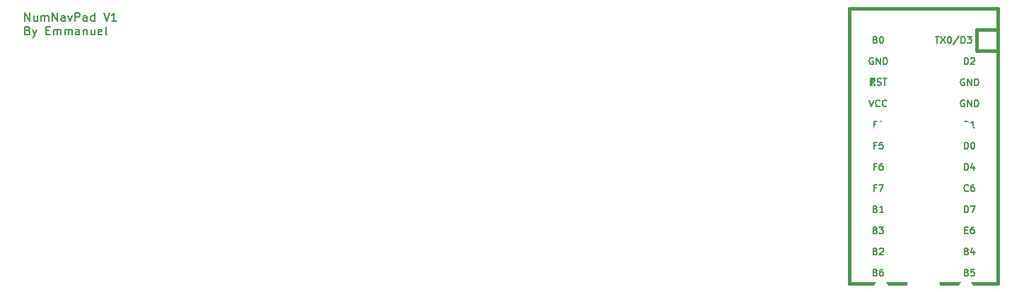
<source format=gto>
G04 #@! TF.GenerationSoftware,KiCad,Pcbnew,(5.1.4-0)*
G04 #@! TF.CreationDate,2020-10-08T17:29:41+11:00*
G04 #@! TF.ProjectId,NumNavPad,4e756d4e-6176-4506-9164-2e6b69636164,rev?*
G04 #@! TF.SameCoordinates,Original*
G04 #@! TF.FileFunction,Legend,Top*
G04 #@! TF.FilePolarity,Positive*
%FSLAX46Y46*%
G04 Gerber Fmt 4.6, Leading zero omitted, Abs format (unit mm)*
G04 Created by KiCad (PCBNEW (5.1.4-0)) date 2020-10-08 17:29:41*
%MOMM*%
%LPD*%
G04 APERTURE LIST*
%ADD10C,0.150000*%
%ADD11C,0.381000*%
%ADD12C,4.089800*%
%ADD13C,1.852000*%
%ADD14C,1.854600*%
%ADD15R,1.854600X1.854600*%
%ADD16C,3.150000*%
%ADD17C,1.702000*%
%ADD18R,1.702000X1.702000*%
G04 APERTURE END LIST*
D10*
X35260595Y-29789880D02*
X35260595Y-28789880D01*
X35832023Y-29789880D01*
X35832023Y-28789880D01*
X36736785Y-29123214D02*
X36736785Y-29789880D01*
X36308214Y-29123214D02*
X36308214Y-29647023D01*
X36355833Y-29742261D01*
X36451071Y-29789880D01*
X36593928Y-29789880D01*
X36689166Y-29742261D01*
X36736785Y-29694642D01*
X37212976Y-29789880D02*
X37212976Y-29123214D01*
X37212976Y-29218452D02*
X37260595Y-29170833D01*
X37355833Y-29123214D01*
X37498690Y-29123214D01*
X37593928Y-29170833D01*
X37641547Y-29266071D01*
X37641547Y-29789880D01*
X37641547Y-29266071D02*
X37689166Y-29170833D01*
X37784404Y-29123214D01*
X37927261Y-29123214D01*
X38022500Y-29170833D01*
X38070119Y-29266071D01*
X38070119Y-29789880D01*
X38546309Y-29789880D02*
X38546309Y-28789880D01*
X39117738Y-29789880D01*
X39117738Y-28789880D01*
X40022500Y-29789880D02*
X40022500Y-29266071D01*
X39974880Y-29170833D01*
X39879642Y-29123214D01*
X39689166Y-29123214D01*
X39593928Y-29170833D01*
X40022500Y-29742261D02*
X39927261Y-29789880D01*
X39689166Y-29789880D01*
X39593928Y-29742261D01*
X39546309Y-29647023D01*
X39546309Y-29551785D01*
X39593928Y-29456547D01*
X39689166Y-29408928D01*
X39927261Y-29408928D01*
X40022500Y-29361309D01*
X40403452Y-29123214D02*
X40641547Y-29789880D01*
X40879642Y-29123214D01*
X41260595Y-29789880D02*
X41260595Y-28789880D01*
X41641547Y-28789880D01*
X41736785Y-28837500D01*
X41784404Y-28885119D01*
X41832023Y-28980357D01*
X41832023Y-29123214D01*
X41784404Y-29218452D01*
X41736785Y-29266071D01*
X41641547Y-29313690D01*
X41260595Y-29313690D01*
X42689166Y-29789880D02*
X42689166Y-29266071D01*
X42641547Y-29170833D01*
X42546309Y-29123214D01*
X42355833Y-29123214D01*
X42260595Y-29170833D01*
X42689166Y-29742261D02*
X42593928Y-29789880D01*
X42355833Y-29789880D01*
X42260595Y-29742261D01*
X42212976Y-29647023D01*
X42212976Y-29551785D01*
X42260595Y-29456547D01*
X42355833Y-29408928D01*
X42593928Y-29408928D01*
X42689166Y-29361309D01*
X43593928Y-29789880D02*
X43593928Y-28789880D01*
X43593928Y-29742261D02*
X43498690Y-29789880D01*
X43308214Y-29789880D01*
X43212976Y-29742261D01*
X43165357Y-29694642D01*
X43117738Y-29599404D01*
X43117738Y-29313690D01*
X43165357Y-29218452D01*
X43212976Y-29170833D01*
X43308214Y-29123214D01*
X43498690Y-29123214D01*
X43593928Y-29170833D01*
X44689166Y-28789880D02*
X45022500Y-29789880D01*
X45355833Y-28789880D01*
X46212976Y-29789880D02*
X45641547Y-29789880D01*
X45927261Y-29789880D02*
X45927261Y-28789880D01*
X45832023Y-28932738D01*
X45736785Y-29027976D01*
X45641547Y-29075595D01*
X35593928Y-30916071D02*
X35736785Y-30963690D01*
X35784404Y-31011309D01*
X35832023Y-31106547D01*
X35832023Y-31249404D01*
X35784404Y-31344642D01*
X35736785Y-31392261D01*
X35641547Y-31439880D01*
X35260595Y-31439880D01*
X35260595Y-30439880D01*
X35593928Y-30439880D01*
X35689166Y-30487500D01*
X35736785Y-30535119D01*
X35784404Y-30630357D01*
X35784404Y-30725595D01*
X35736785Y-30820833D01*
X35689166Y-30868452D01*
X35593928Y-30916071D01*
X35260595Y-30916071D01*
X36165357Y-30773214D02*
X36403452Y-31439880D01*
X36641547Y-30773214D02*
X36403452Y-31439880D01*
X36308214Y-31677976D01*
X36260595Y-31725595D01*
X36165357Y-31773214D01*
X37784404Y-30916071D02*
X38117738Y-30916071D01*
X38260595Y-31439880D02*
X37784404Y-31439880D01*
X37784404Y-30439880D01*
X38260595Y-30439880D01*
X38689166Y-31439880D02*
X38689166Y-30773214D01*
X38689166Y-30868452D02*
X38736785Y-30820833D01*
X38832023Y-30773214D01*
X38974880Y-30773214D01*
X39070119Y-30820833D01*
X39117738Y-30916071D01*
X39117738Y-31439880D01*
X39117738Y-30916071D02*
X39165357Y-30820833D01*
X39260595Y-30773214D01*
X39403452Y-30773214D01*
X39498690Y-30820833D01*
X39546309Y-30916071D01*
X39546309Y-31439880D01*
X40022500Y-31439880D02*
X40022500Y-30773214D01*
X40022500Y-30868452D02*
X40070119Y-30820833D01*
X40165357Y-30773214D01*
X40308214Y-30773214D01*
X40403452Y-30820833D01*
X40451071Y-30916071D01*
X40451071Y-31439880D01*
X40451071Y-30916071D02*
X40498690Y-30820833D01*
X40593928Y-30773214D01*
X40736785Y-30773214D01*
X40832023Y-30820833D01*
X40879642Y-30916071D01*
X40879642Y-31439880D01*
X41784404Y-31439880D02*
X41784404Y-30916071D01*
X41736785Y-30820833D01*
X41641547Y-30773214D01*
X41451071Y-30773214D01*
X41355833Y-30820833D01*
X41784404Y-31392261D02*
X41689166Y-31439880D01*
X41451071Y-31439880D01*
X41355833Y-31392261D01*
X41308214Y-31297023D01*
X41308214Y-31201785D01*
X41355833Y-31106547D01*
X41451071Y-31058928D01*
X41689166Y-31058928D01*
X41784404Y-31011309D01*
X42260595Y-30773214D02*
X42260595Y-31439880D01*
X42260595Y-30868452D02*
X42308214Y-30820833D01*
X42403452Y-30773214D01*
X42546309Y-30773214D01*
X42641547Y-30820833D01*
X42689166Y-30916071D01*
X42689166Y-31439880D01*
X43593928Y-30773214D02*
X43593928Y-31439880D01*
X43165357Y-30773214D02*
X43165357Y-31297023D01*
X43212976Y-31392261D01*
X43308214Y-31439880D01*
X43451071Y-31439880D01*
X43546309Y-31392261D01*
X43593928Y-31344642D01*
X44451071Y-31392261D02*
X44355833Y-31439880D01*
X44165357Y-31439880D01*
X44070119Y-31392261D01*
X44022500Y-31297023D01*
X44022500Y-30916071D01*
X44070119Y-30820833D01*
X44165357Y-30773214D01*
X44355833Y-30773214D01*
X44451071Y-30820833D01*
X44498690Y-30916071D01*
X44498690Y-31011309D01*
X44022500Y-31106547D01*
X45070119Y-31439880D02*
X44974880Y-31392261D01*
X44927261Y-31297023D01*
X44927261Y-30439880D01*
D11*
X149225000Y-30797500D02*
X151765000Y-30797500D01*
X133985000Y-28257500D02*
X151765000Y-28257500D01*
X151765000Y-28257500D02*
X151765000Y-61277500D01*
X151765000Y-61277500D02*
X133985000Y-61277500D01*
X133985000Y-61277500D02*
X133985000Y-28257500D01*
D10*
G36*
X137030365Y-36686530D02*
G01*
X137030365Y-36786530D01*
X136530365Y-36786530D01*
X136530365Y-36686530D01*
X137030365Y-36686530D01*
G37*
X137030365Y-36686530D02*
X137030365Y-36786530D01*
X136530365Y-36786530D01*
X136530365Y-36686530D01*
X137030365Y-36686530D01*
G36*
X137030365Y-36686530D02*
G01*
X137030365Y-36986530D01*
X136930365Y-36986530D01*
X136930365Y-36686530D01*
X137030365Y-36686530D01*
G37*
X137030365Y-36686530D02*
X137030365Y-36986530D01*
X136930365Y-36986530D01*
X136930365Y-36686530D01*
X137030365Y-36686530D01*
G36*
X137030365Y-37286530D02*
G01*
X137030365Y-37486530D01*
X136930365Y-37486530D01*
X136930365Y-37286530D01*
X137030365Y-37286530D01*
G37*
X137030365Y-37286530D02*
X137030365Y-37486530D01*
X136930365Y-37486530D01*
X136930365Y-37286530D01*
X137030365Y-37286530D01*
G36*
X136630365Y-36686530D02*
G01*
X136630365Y-37486530D01*
X136530365Y-37486530D01*
X136530365Y-36686530D01*
X136630365Y-36686530D01*
G37*
X136630365Y-36686530D02*
X136630365Y-37486530D01*
X136530365Y-37486530D01*
X136530365Y-36686530D01*
X136630365Y-36686530D01*
G36*
X136830365Y-37086530D02*
G01*
X136830365Y-37186530D01*
X136730365Y-37186530D01*
X136730365Y-37086530D01*
X136830365Y-37086530D01*
G37*
X136830365Y-37086530D02*
X136830365Y-37186530D01*
X136730365Y-37186530D01*
X136730365Y-37086530D01*
X136830365Y-37086530D01*
D11*
X149225000Y-30797500D02*
X149225000Y-33337500D01*
X149225000Y-33337500D02*
X151765000Y-33337500D01*
D10*
X137301666Y-37451309D02*
X137415952Y-37489404D01*
X137606428Y-37489404D01*
X137682619Y-37451309D01*
X137720714Y-37413214D01*
X137758809Y-37337023D01*
X137758809Y-37260833D01*
X137720714Y-37184642D01*
X137682619Y-37146547D01*
X137606428Y-37108452D01*
X137454047Y-37070357D01*
X137377857Y-37032261D01*
X137339761Y-36994166D01*
X137301666Y-36917976D01*
X137301666Y-36841785D01*
X137339761Y-36765595D01*
X137377857Y-36727500D01*
X137454047Y-36689404D01*
X137644523Y-36689404D01*
X137758809Y-36727500D01*
X137987380Y-36689404D02*
X138444523Y-36689404D01*
X138215952Y-37489404D02*
X138215952Y-36689404D01*
X144256395Y-31629404D02*
X144713538Y-31629404D01*
X144484967Y-32429404D02*
X144484967Y-31629404D01*
X144904014Y-31629404D02*
X145437348Y-32429404D01*
X145437348Y-31629404D02*
X144904014Y-32429404D01*
X145894491Y-31629404D02*
X145970681Y-31629404D01*
X146046872Y-31667500D01*
X146084967Y-31705595D01*
X146123062Y-31781785D01*
X146161157Y-31934166D01*
X146161157Y-32124642D01*
X146123062Y-32277023D01*
X146084967Y-32353214D01*
X146046872Y-32391309D01*
X145970681Y-32429404D01*
X145894491Y-32429404D01*
X145818300Y-32391309D01*
X145780205Y-32353214D01*
X145742110Y-32277023D01*
X145704014Y-32124642D01*
X145704014Y-31934166D01*
X145742110Y-31781785D01*
X145780205Y-31705595D01*
X145818300Y-31667500D01*
X145894491Y-31629404D01*
X147075443Y-31591309D02*
X146389729Y-32619880D01*
X147342110Y-32429404D02*
X147342110Y-31629404D01*
X147532586Y-31629404D01*
X147646872Y-31667500D01*
X147723062Y-31743690D01*
X147761157Y-31819880D01*
X147799252Y-31972261D01*
X147799252Y-32086547D01*
X147761157Y-32238928D01*
X147723062Y-32315119D01*
X147646872Y-32391309D01*
X147532586Y-32429404D01*
X147342110Y-32429404D01*
X148065919Y-31629404D02*
X148561157Y-31629404D01*
X148294491Y-31934166D01*
X148408776Y-31934166D01*
X148484967Y-31972261D01*
X148523062Y-32010357D01*
X148561157Y-32086547D01*
X148561157Y-32277023D01*
X148523062Y-32353214D01*
X148484967Y-32391309D01*
X148408776Y-32429404D01*
X148180205Y-32429404D01*
X148104014Y-32391309D01*
X148065919Y-32353214D01*
X137090190Y-57410357D02*
X137204476Y-57448452D01*
X137242571Y-57486547D01*
X137280666Y-57562738D01*
X137280666Y-57677023D01*
X137242571Y-57753214D01*
X137204476Y-57791309D01*
X137128285Y-57829404D01*
X136823523Y-57829404D01*
X136823523Y-57029404D01*
X137090190Y-57029404D01*
X137166380Y-57067500D01*
X137204476Y-57105595D01*
X137242571Y-57181785D01*
X137242571Y-57257976D01*
X137204476Y-57334166D01*
X137166380Y-57372261D01*
X137090190Y-57410357D01*
X136823523Y-57410357D01*
X137585428Y-57105595D02*
X137623523Y-57067500D01*
X137699714Y-57029404D01*
X137890190Y-57029404D01*
X137966380Y-57067500D01*
X138004476Y-57105595D01*
X138042571Y-57181785D01*
X138042571Y-57257976D01*
X138004476Y-57372261D01*
X137547333Y-57829404D01*
X138042571Y-57829404D01*
X137147333Y-49790357D02*
X136880666Y-49790357D01*
X136880666Y-50209404D02*
X136880666Y-49409404D01*
X137261619Y-49409404D01*
X137490190Y-49409404D02*
X138023523Y-49409404D01*
X137680666Y-50209404D01*
X137147333Y-47250357D02*
X136880666Y-47250357D01*
X136880666Y-47669404D02*
X136880666Y-46869404D01*
X137261619Y-46869404D01*
X137909238Y-46869404D02*
X137756857Y-46869404D01*
X137680666Y-46907500D01*
X137642571Y-46945595D01*
X137566380Y-47059880D01*
X137528285Y-47212261D01*
X137528285Y-47517023D01*
X137566380Y-47593214D01*
X137604476Y-47631309D01*
X137680666Y-47669404D01*
X137833047Y-47669404D01*
X137909238Y-47631309D01*
X137947333Y-47593214D01*
X137985428Y-47517023D01*
X137985428Y-47326547D01*
X137947333Y-47250357D01*
X137909238Y-47212261D01*
X137833047Y-47174166D01*
X137680666Y-47174166D01*
X137604476Y-47212261D01*
X137566380Y-47250357D01*
X137528285Y-47326547D01*
X137147333Y-44710357D02*
X136880666Y-44710357D01*
X136880666Y-45129404D02*
X136880666Y-44329404D01*
X137261619Y-44329404D01*
X137947333Y-44329404D02*
X137566380Y-44329404D01*
X137528285Y-44710357D01*
X137566380Y-44672261D01*
X137642571Y-44634166D01*
X137833047Y-44634166D01*
X137909238Y-44672261D01*
X137947333Y-44710357D01*
X137985428Y-44786547D01*
X137985428Y-44977023D01*
X137947333Y-45053214D01*
X137909238Y-45091309D01*
X137833047Y-45129404D01*
X137642571Y-45129404D01*
X137566380Y-45091309D01*
X137528285Y-45053214D01*
X137090190Y-32010357D02*
X137204476Y-32048452D01*
X137242571Y-32086547D01*
X137280666Y-32162738D01*
X137280666Y-32277023D01*
X137242571Y-32353214D01*
X137204476Y-32391309D01*
X137128285Y-32429404D01*
X136823523Y-32429404D01*
X136823523Y-31629404D01*
X137090190Y-31629404D01*
X137166380Y-31667500D01*
X137204476Y-31705595D01*
X137242571Y-31781785D01*
X137242571Y-31857976D01*
X137204476Y-31934166D01*
X137166380Y-31972261D01*
X137090190Y-32010357D01*
X136823523Y-32010357D01*
X137775904Y-31629404D02*
X137852095Y-31629404D01*
X137928285Y-31667500D01*
X137966380Y-31705595D01*
X138004476Y-31781785D01*
X138042571Y-31934166D01*
X138042571Y-32124642D01*
X138004476Y-32277023D01*
X137966380Y-32353214D01*
X137928285Y-32391309D01*
X137852095Y-32429404D01*
X137775904Y-32429404D01*
X137699714Y-32391309D01*
X137661619Y-32353214D01*
X137623523Y-32277023D01*
X137585428Y-32124642D01*
X137585428Y-31934166D01*
X137623523Y-31781785D01*
X137661619Y-31705595D01*
X137699714Y-31667500D01*
X137775904Y-31629404D01*
X136804476Y-34207500D02*
X136728285Y-34169404D01*
X136614000Y-34169404D01*
X136499714Y-34207500D01*
X136423523Y-34283690D01*
X136385428Y-34359880D01*
X136347333Y-34512261D01*
X136347333Y-34626547D01*
X136385428Y-34778928D01*
X136423523Y-34855119D01*
X136499714Y-34931309D01*
X136614000Y-34969404D01*
X136690190Y-34969404D01*
X136804476Y-34931309D01*
X136842571Y-34893214D01*
X136842571Y-34626547D01*
X136690190Y-34626547D01*
X137185428Y-34969404D02*
X137185428Y-34169404D01*
X137642571Y-34969404D01*
X137642571Y-34169404D01*
X138023523Y-34969404D02*
X138023523Y-34169404D01*
X138214000Y-34169404D01*
X138328285Y-34207500D01*
X138404476Y-34283690D01*
X138442571Y-34359880D01*
X138480666Y-34512261D01*
X138480666Y-34626547D01*
X138442571Y-34778928D01*
X138404476Y-34855119D01*
X138328285Y-34931309D01*
X138214000Y-34969404D01*
X138023523Y-34969404D01*
X136347333Y-39249404D02*
X136614000Y-40049404D01*
X136880666Y-39249404D01*
X137604476Y-39973214D02*
X137566380Y-40011309D01*
X137452095Y-40049404D01*
X137375904Y-40049404D01*
X137261619Y-40011309D01*
X137185428Y-39935119D01*
X137147333Y-39858928D01*
X137109238Y-39706547D01*
X137109238Y-39592261D01*
X137147333Y-39439880D01*
X137185428Y-39363690D01*
X137261619Y-39287500D01*
X137375904Y-39249404D01*
X137452095Y-39249404D01*
X137566380Y-39287500D01*
X137604476Y-39325595D01*
X138404476Y-39973214D02*
X138366380Y-40011309D01*
X138252095Y-40049404D01*
X138175904Y-40049404D01*
X138061619Y-40011309D01*
X137985428Y-39935119D01*
X137947333Y-39858928D01*
X137909238Y-39706547D01*
X137909238Y-39592261D01*
X137947333Y-39439880D01*
X137985428Y-39363690D01*
X138061619Y-39287500D01*
X138175904Y-39249404D01*
X138252095Y-39249404D01*
X138366380Y-39287500D01*
X138404476Y-39325595D01*
X137147333Y-42170357D02*
X136880666Y-42170357D01*
X136880666Y-42589404D02*
X136880666Y-41789404D01*
X137261619Y-41789404D01*
X137909238Y-42056071D02*
X137909238Y-42589404D01*
X137718761Y-41751309D02*
X137528285Y-42322738D01*
X138023523Y-42322738D01*
X137090190Y-52330357D02*
X137204476Y-52368452D01*
X137242571Y-52406547D01*
X137280666Y-52482738D01*
X137280666Y-52597023D01*
X137242571Y-52673214D01*
X137204476Y-52711309D01*
X137128285Y-52749404D01*
X136823523Y-52749404D01*
X136823523Y-51949404D01*
X137090190Y-51949404D01*
X137166380Y-51987500D01*
X137204476Y-52025595D01*
X137242571Y-52101785D01*
X137242571Y-52177976D01*
X137204476Y-52254166D01*
X137166380Y-52292261D01*
X137090190Y-52330357D01*
X136823523Y-52330357D01*
X138042571Y-52749404D02*
X137585428Y-52749404D01*
X137814000Y-52749404D02*
X137814000Y-51949404D01*
X137737809Y-52063690D01*
X137661619Y-52139880D01*
X137585428Y-52177976D01*
X137090190Y-54870357D02*
X137204476Y-54908452D01*
X137242571Y-54946547D01*
X137280666Y-55022738D01*
X137280666Y-55137023D01*
X137242571Y-55213214D01*
X137204476Y-55251309D01*
X137128285Y-55289404D01*
X136823523Y-55289404D01*
X136823523Y-54489404D01*
X137090190Y-54489404D01*
X137166380Y-54527500D01*
X137204476Y-54565595D01*
X137242571Y-54641785D01*
X137242571Y-54717976D01*
X137204476Y-54794166D01*
X137166380Y-54832261D01*
X137090190Y-54870357D01*
X136823523Y-54870357D01*
X137547333Y-54489404D02*
X138042571Y-54489404D01*
X137775904Y-54794166D01*
X137890190Y-54794166D01*
X137966380Y-54832261D01*
X138004476Y-54870357D01*
X138042571Y-54946547D01*
X138042571Y-55137023D01*
X138004476Y-55213214D01*
X137966380Y-55251309D01*
X137890190Y-55289404D01*
X137661619Y-55289404D01*
X137585428Y-55251309D01*
X137547333Y-55213214D01*
X148012190Y-57410357D02*
X148126476Y-57448452D01*
X148164571Y-57486547D01*
X148202666Y-57562738D01*
X148202666Y-57677023D01*
X148164571Y-57753214D01*
X148126476Y-57791309D01*
X148050285Y-57829404D01*
X147745523Y-57829404D01*
X147745523Y-57029404D01*
X148012190Y-57029404D01*
X148088380Y-57067500D01*
X148126476Y-57105595D01*
X148164571Y-57181785D01*
X148164571Y-57257976D01*
X148126476Y-57334166D01*
X148088380Y-57372261D01*
X148012190Y-57410357D01*
X147745523Y-57410357D01*
X148888380Y-57296071D02*
X148888380Y-57829404D01*
X148697904Y-56991309D02*
X148507428Y-57562738D01*
X149002666Y-57562738D01*
X147783619Y-54870357D02*
X148050285Y-54870357D01*
X148164571Y-55289404D02*
X147783619Y-55289404D01*
X147783619Y-54489404D01*
X148164571Y-54489404D01*
X148850285Y-54489404D02*
X148697904Y-54489404D01*
X148621714Y-54527500D01*
X148583619Y-54565595D01*
X148507428Y-54679880D01*
X148469333Y-54832261D01*
X148469333Y-55137023D01*
X148507428Y-55213214D01*
X148545523Y-55251309D01*
X148621714Y-55289404D01*
X148774095Y-55289404D01*
X148850285Y-55251309D01*
X148888380Y-55213214D01*
X148926476Y-55137023D01*
X148926476Y-54946547D01*
X148888380Y-54870357D01*
X148850285Y-54832261D01*
X148774095Y-54794166D01*
X148621714Y-54794166D01*
X148545523Y-54832261D01*
X148507428Y-54870357D01*
X148469333Y-54946547D01*
X147745523Y-52749404D02*
X147745523Y-51949404D01*
X147936000Y-51949404D01*
X148050285Y-51987500D01*
X148126476Y-52063690D01*
X148164571Y-52139880D01*
X148202666Y-52292261D01*
X148202666Y-52406547D01*
X148164571Y-52558928D01*
X148126476Y-52635119D01*
X148050285Y-52711309D01*
X147936000Y-52749404D01*
X147745523Y-52749404D01*
X148469333Y-51949404D02*
X149002666Y-51949404D01*
X148659809Y-52749404D01*
X148202666Y-50133214D02*
X148164571Y-50171309D01*
X148050285Y-50209404D01*
X147974095Y-50209404D01*
X147859809Y-50171309D01*
X147783619Y-50095119D01*
X147745523Y-50018928D01*
X147707428Y-49866547D01*
X147707428Y-49752261D01*
X147745523Y-49599880D01*
X147783619Y-49523690D01*
X147859809Y-49447500D01*
X147974095Y-49409404D01*
X148050285Y-49409404D01*
X148164571Y-49447500D01*
X148202666Y-49485595D01*
X148888380Y-49409404D02*
X148736000Y-49409404D01*
X148659809Y-49447500D01*
X148621714Y-49485595D01*
X148545523Y-49599880D01*
X148507428Y-49752261D01*
X148507428Y-50057023D01*
X148545523Y-50133214D01*
X148583619Y-50171309D01*
X148659809Y-50209404D01*
X148812190Y-50209404D01*
X148888380Y-50171309D01*
X148926476Y-50133214D01*
X148964571Y-50057023D01*
X148964571Y-49866547D01*
X148926476Y-49790357D01*
X148888380Y-49752261D01*
X148812190Y-49714166D01*
X148659809Y-49714166D01*
X148583619Y-49752261D01*
X148545523Y-49790357D01*
X148507428Y-49866547D01*
X147745523Y-47669404D02*
X147745523Y-46869404D01*
X147936000Y-46869404D01*
X148050285Y-46907500D01*
X148126476Y-46983690D01*
X148164571Y-47059880D01*
X148202666Y-47212261D01*
X148202666Y-47326547D01*
X148164571Y-47478928D01*
X148126476Y-47555119D01*
X148050285Y-47631309D01*
X147936000Y-47669404D01*
X147745523Y-47669404D01*
X148888380Y-47136071D02*
X148888380Y-47669404D01*
X148697904Y-46831309D02*
X148507428Y-47402738D01*
X149002666Y-47402738D01*
X147726476Y-36747500D02*
X147650285Y-36709404D01*
X147536000Y-36709404D01*
X147421714Y-36747500D01*
X147345523Y-36823690D01*
X147307428Y-36899880D01*
X147269333Y-37052261D01*
X147269333Y-37166547D01*
X147307428Y-37318928D01*
X147345523Y-37395119D01*
X147421714Y-37471309D01*
X147536000Y-37509404D01*
X147612190Y-37509404D01*
X147726476Y-37471309D01*
X147764571Y-37433214D01*
X147764571Y-37166547D01*
X147612190Y-37166547D01*
X148107428Y-37509404D02*
X148107428Y-36709404D01*
X148564571Y-37509404D01*
X148564571Y-36709404D01*
X148945523Y-37509404D02*
X148945523Y-36709404D01*
X149136000Y-36709404D01*
X149250285Y-36747500D01*
X149326476Y-36823690D01*
X149364571Y-36899880D01*
X149402666Y-37052261D01*
X149402666Y-37166547D01*
X149364571Y-37318928D01*
X149326476Y-37395119D01*
X149250285Y-37471309D01*
X149136000Y-37509404D01*
X148945523Y-37509404D01*
X147726476Y-39287500D02*
X147650285Y-39249404D01*
X147536000Y-39249404D01*
X147421714Y-39287500D01*
X147345523Y-39363690D01*
X147307428Y-39439880D01*
X147269333Y-39592261D01*
X147269333Y-39706547D01*
X147307428Y-39858928D01*
X147345523Y-39935119D01*
X147421714Y-40011309D01*
X147536000Y-40049404D01*
X147612190Y-40049404D01*
X147726476Y-40011309D01*
X147764571Y-39973214D01*
X147764571Y-39706547D01*
X147612190Y-39706547D01*
X148107428Y-40049404D02*
X148107428Y-39249404D01*
X148564571Y-40049404D01*
X148564571Y-39249404D01*
X148945523Y-40049404D02*
X148945523Y-39249404D01*
X149136000Y-39249404D01*
X149250285Y-39287500D01*
X149326476Y-39363690D01*
X149364571Y-39439880D01*
X149402666Y-39592261D01*
X149402666Y-39706547D01*
X149364571Y-39858928D01*
X149326476Y-39935119D01*
X149250285Y-40011309D01*
X149136000Y-40049404D01*
X148945523Y-40049404D01*
X147745523Y-42589404D02*
X147745523Y-41789404D01*
X147936000Y-41789404D01*
X148050285Y-41827500D01*
X148126476Y-41903690D01*
X148164571Y-41979880D01*
X148202666Y-42132261D01*
X148202666Y-42246547D01*
X148164571Y-42398928D01*
X148126476Y-42475119D01*
X148050285Y-42551309D01*
X147936000Y-42589404D01*
X147745523Y-42589404D01*
X148964571Y-42589404D02*
X148507428Y-42589404D01*
X148736000Y-42589404D02*
X148736000Y-41789404D01*
X148659809Y-41903690D01*
X148583619Y-41979880D01*
X148507428Y-42017976D01*
X147745523Y-45129404D02*
X147745523Y-44329404D01*
X147936000Y-44329404D01*
X148050285Y-44367500D01*
X148126476Y-44443690D01*
X148164571Y-44519880D01*
X148202666Y-44672261D01*
X148202666Y-44786547D01*
X148164571Y-44938928D01*
X148126476Y-45015119D01*
X148050285Y-45091309D01*
X147936000Y-45129404D01*
X147745523Y-45129404D01*
X148697904Y-44329404D02*
X148774095Y-44329404D01*
X148850285Y-44367500D01*
X148888380Y-44405595D01*
X148926476Y-44481785D01*
X148964571Y-44634166D01*
X148964571Y-44824642D01*
X148926476Y-44977023D01*
X148888380Y-45053214D01*
X148850285Y-45091309D01*
X148774095Y-45129404D01*
X148697904Y-45129404D01*
X148621714Y-45091309D01*
X148583619Y-45053214D01*
X148545523Y-44977023D01*
X148507428Y-44824642D01*
X148507428Y-44634166D01*
X148545523Y-44481785D01*
X148583619Y-44405595D01*
X148621714Y-44367500D01*
X148697904Y-44329404D01*
X147745523Y-34969404D02*
X147745523Y-34169404D01*
X147936000Y-34169404D01*
X148050285Y-34207500D01*
X148126476Y-34283690D01*
X148164571Y-34359880D01*
X148202666Y-34512261D01*
X148202666Y-34626547D01*
X148164571Y-34778928D01*
X148126476Y-34855119D01*
X148050285Y-34931309D01*
X147936000Y-34969404D01*
X147745523Y-34969404D01*
X148507428Y-34245595D02*
X148545523Y-34207500D01*
X148621714Y-34169404D01*
X148812190Y-34169404D01*
X148888380Y-34207500D01*
X148926476Y-34245595D01*
X148964571Y-34321785D01*
X148964571Y-34397976D01*
X148926476Y-34512261D01*
X148469333Y-34969404D01*
X148964571Y-34969404D01*
X137090192Y-59950357D02*
X137204478Y-59988452D01*
X137242573Y-60026547D01*
X137280668Y-60102738D01*
X137280668Y-60217023D01*
X137242573Y-60293214D01*
X137204478Y-60331309D01*
X137128287Y-60369404D01*
X136823525Y-60369404D01*
X136823525Y-59569404D01*
X137090192Y-59569404D01*
X137166382Y-59607500D01*
X137204478Y-59645595D01*
X137242573Y-59721785D01*
X137242573Y-59797976D01*
X137204478Y-59874166D01*
X137166382Y-59912261D01*
X137090192Y-59950357D01*
X136823525Y-59950357D01*
X137966382Y-59569404D02*
X137814002Y-59569404D01*
X137737811Y-59607500D01*
X137699716Y-59645595D01*
X137623525Y-59759880D01*
X137585430Y-59912261D01*
X137585430Y-60217023D01*
X137623525Y-60293214D01*
X137661621Y-60331309D01*
X137737811Y-60369404D01*
X137890192Y-60369404D01*
X137966382Y-60331309D01*
X138004478Y-60293214D01*
X138042573Y-60217023D01*
X138042573Y-60026547D01*
X138004478Y-59950357D01*
X137966382Y-59912261D01*
X137890192Y-59874166D01*
X137737811Y-59874166D01*
X137661621Y-59912261D01*
X137623525Y-59950357D01*
X137585430Y-60026547D01*
X148012190Y-59950357D02*
X148126476Y-59988452D01*
X148164571Y-60026547D01*
X148202666Y-60102738D01*
X148202666Y-60217023D01*
X148164571Y-60293214D01*
X148126476Y-60331309D01*
X148050285Y-60369404D01*
X147745523Y-60369404D01*
X147745523Y-59569404D01*
X148012190Y-59569404D01*
X148088380Y-59607500D01*
X148126476Y-59645595D01*
X148164571Y-59721785D01*
X148164571Y-59797976D01*
X148126476Y-59874166D01*
X148088380Y-59912261D01*
X148012190Y-59950357D01*
X147745523Y-59950357D01*
X148926476Y-59569404D02*
X148545523Y-59569404D01*
X148507428Y-59950357D01*
X148545523Y-59912261D01*
X148621714Y-59874166D01*
X148812190Y-59874166D01*
X148888380Y-59912261D01*
X148926476Y-59950357D01*
X148964571Y-60026547D01*
X148964571Y-60217023D01*
X148926476Y-60293214D01*
X148888380Y-60331309D01*
X148812190Y-60369404D01*
X148621714Y-60369404D01*
X148545523Y-60331309D01*
X148507428Y-60293214D01*
%LPC*%
D12*
X161925000Y-42862500D03*
D13*
X156845000Y-42862500D03*
X167005000Y-42862500D03*
D12*
X42862500Y-42862500D03*
D13*
X37782500Y-42862500D03*
X47942500Y-42862500D03*
D12*
X123825000Y-42862500D03*
D13*
X118745000Y-42862500D03*
X128905000Y-42862500D03*
D12*
X123825000Y-61912500D03*
D13*
X118745000Y-61912500D03*
X128905000Y-61912500D03*
D14*
X135255000Y-32067500D03*
X150495000Y-60007500D03*
X135255000Y-34607500D03*
X135255000Y-37147500D03*
X135255000Y-39687500D03*
X135255000Y-42227500D03*
X135255000Y-44767500D03*
X135255000Y-47307500D03*
X135255000Y-49847500D03*
X135255000Y-52387500D03*
X135255000Y-54927500D03*
X135255000Y-57467500D03*
X135255000Y-60007500D03*
X150495000Y-57467500D03*
X150495000Y-54927500D03*
X150495000Y-52387500D03*
X150495000Y-49847500D03*
X150495000Y-47307500D03*
X150495000Y-44767500D03*
X150495000Y-42227500D03*
X150495000Y-39687500D03*
X150495000Y-37147500D03*
X150495000Y-34607500D03*
D15*
X150495000Y-32067500D03*
D12*
X90487500Y-119062500D03*
D13*
X85407500Y-119062500D03*
X95567500Y-119062500D03*
D16*
X78581250Y-126047500D03*
X102393750Y-126047500D03*
D12*
X78581250Y-110807500D03*
X102393750Y-110807500D03*
X161925000Y-119062500D03*
D13*
X156845000Y-119062500D03*
X167005000Y-119062500D03*
D12*
X142875000Y-119062500D03*
D13*
X137795000Y-119062500D03*
X147955000Y-119062500D03*
D12*
X123825000Y-119062500D03*
D13*
X118745000Y-119062500D03*
X128905000Y-119062500D03*
D12*
X61912500Y-119062500D03*
D13*
X56832500Y-119062500D03*
X66992500Y-119062500D03*
D12*
X142875000Y-100012500D03*
D13*
X137795000Y-100012500D03*
X147955000Y-100012500D03*
D12*
X100012500Y-100012500D03*
D13*
X94932500Y-100012500D03*
X105092500Y-100012500D03*
D12*
X80962500Y-100012500D03*
D13*
X75882500Y-100012500D03*
X86042500Y-100012500D03*
D12*
X61912500Y-100012500D03*
D13*
X56832500Y-100012500D03*
X66992500Y-100012500D03*
D12*
X42862500Y-109537500D03*
D13*
X42862500Y-114617500D03*
X42862500Y-104457500D03*
D16*
X35877500Y-121443750D03*
X35877500Y-97631250D03*
D12*
X51117500Y-121443750D03*
X51117500Y-97631250D03*
X100012500Y-80962500D03*
D13*
X94932500Y-80962500D03*
X105092500Y-80962500D03*
D12*
X80962500Y-80962500D03*
D13*
X75882500Y-80962500D03*
X86042500Y-80962500D03*
D12*
X61912500Y-80962500D03*
D13*
X56832500Y-80962500D03*
X66992500Y-80962500D03*
D12*
X161925000Y-61912500D03*
D13*
X156845000Y-61912500D03*
X167005000Y-61912500D03*
D12*
X142875000Y-61912500D03*
D13*
X137795000Y-61912500D03*
X147955000Y-61912500D03*
D12*
X100012500Y-61912500D03*
D13*
X94932500Y-61912500D03*
X105092500Y-61912500D03*
D12*
X80962500Y-61912500D03*
D13*
X75882500Y-61912500D03*
X86042500Y-61912500D03*
D12*
X61912500Y-61912500D03*
D13*
X56832500Y-61912500D03*
X66992500Y-61912500D03*
D12*
X42862500Y-71437500D03*
D13*
X42862500Y-76517500D03*
X42862500Y-66357500D03*
D16*
X35877500Y-83343750D03*
X35877500Y-59531250D03*
D12*
X51117500Y-83343750D03*
X51117500Y-59531250D03*
X142875000Y-42862500D03*
D13*
X137795000Y-42862500D03*
X147955000Y-42862500D03*
D12*
X100012500Y-42862500D03*
D13*
X94932500Y-42862500D03*
X105092500Y-42862500D03*
D12*
X80962500Y-42862500D03*
D13*
X75882500Y-42862500D03*
X86042500Y-42862500D03*
D12*
X61912500Y-42862500D03*
D13*
X56832500Y-42862500D03*
X66992500Y-42862500D03*
D17*
X152400000Y-115162500D03*
D18*
X152400000Y-122962500D03*
D17*
X133350000Y-115150000D03*
D18*
X133350000Y-122950000D03*
D17*
X114300000Y-115150000D03*
D18*
X114300000Y-122950000D03*
D17*
X109537500Y-115150000D03*
D18*
X109537500Y-122950000D03*
D17*
X71437500Y-115175000D03*
D18*
X71437500Y-122975000D03*
D17*
X133350000Y-96100000D03*
D18*
X133350000Y-103900000D03*
D17*
X109537500Y-96125000D03*
D18*
X109537500Y-103925000D03*
D17*
X90487500Y-96100000D03*
D18*
X90487500Y-103900000D03*
D17*
X71437500Y-96125000D03*
D18*
X71437500Y-103925000D03*
D17*
X52387500Y-105625000D03*
D18*
X52387500Y-113425000D03*
D17*
X109537500Y-77062500D03*
D18*
X109537500Y-84862500D03*
D17*
X90487500Y-77062500D03*
D18*
X90487500Y-84862500D03*
D17*
X71437500Y-77062500D03*
D18*
X71437500Y-84862500D03*
D17*
X168218750Y-71437500D03*
D18*
X160418750Y-71437500D03*
D17*
X149156250Y-71437500D03*
D18*
X141356250Y-71437500D03*
D17*
X114300000Y-58012500D03*
D18*
X114300000Y-65812500D03*
D17*
X109537500Y-58000000D03*
D18*
X109537500Y-65800000D03*
D17*
X90487500Y-58000000D03*
D18*
X90487500Y-65800000D03*
D17*
X71437500Y-58012500D03*
D18*
X71437500Y-65812500D03*
D17*
X52387500Y-67550000D03*
D18*
X52387500Y-75350000D03*
D17*
X165825000Y-33337500D03*
D18*
X158025000Y-33337500D03*
D17*
X127725000Y-33337500D03*
D18*
X119925000Y-33337500D03*
D17*
X114300000Y-38962500D03*
D18*
X114300000Y-46762500D03*
D17*
X109537500Y-38962500D03*
D18*
X109537500Y-46762500D03*
D17*
X90487500Y-38962500D03*
D18*
X90487500Y-46762500D03*
D17*
X71437500Y-38962500D03*
D18*
X71437500Y-46762500D03*
D17*
X52387500Y-38962500D03*
D18*
X52387500Y-46762500D03*
M02*

</source>
